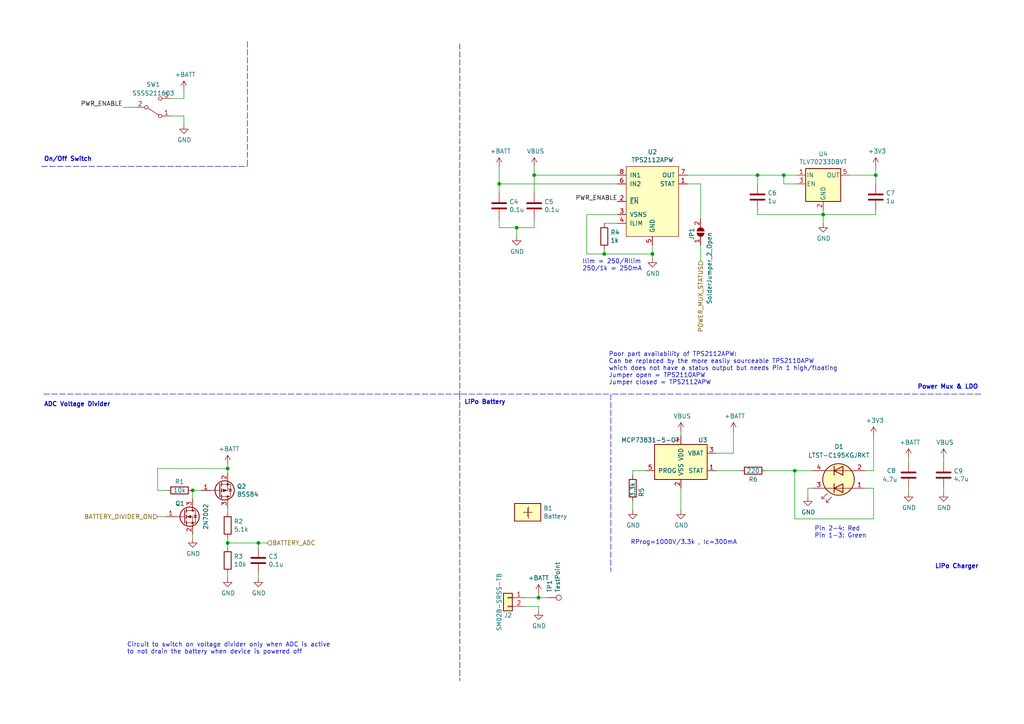
<source format=kicad_sch>
(kicad_sch (version 20211123) (generator eeschema)
  (paper "A4")
  (title_block (date "2023-02-02") (rev "v0.2"))
  (lib_symbols
    (symbol "Battery_Management:MCP73831-5-OT" (pin_names (offset 1.016))
      (property "Reference" "U" (at -7.62 6.35 0))
      (property "Value" "MCP73831-5-OT" (at 1.27 6.35 0))
      (symbol "MCP73831-5-OT_0_1"
        (rectangle (start -7.62 5.08) (end 7.62 -5.08) (stroke (width 0.254)) (fill (type background)))
      )
      (symbol "MCP73831-5-OT_1_1"
        (pin output line (at 10.16 -2.54 180) (length 2.54) (name "STAT") (number "1"))
        (pin power_in line (at 0 -7.62 90) (length 2.54) (name "VSS") (number "2"))
        (pin power_out line (at 10.16 2.54 180) (length 2.54) (name "VBAT") (number "3"))
        (pin power_in line (at 0 7.62 270) (length 2.54) (name "VDD") (number "4"))
        (pin input line (at -10.16 -2.54 0) (length 2.54) (name "PROG") (number "5"))
      )
    )
    (symbol "Connector:TestPoint" (pin_numbers hide) (pin_names (offset 0.762) hide)
      (property "Reference" "TP" (at 0 6.858 0))
      (property "Value" "TestPoint" (at 0 5.08 0))
      (symbol "TestPoint_0_1"
        (circle (center 0 3.302) (radius 0.762))
      )
      (symbol "TestPoint_1_1"
        (pin passive line (at 0 0 90) (length 2.54) (name "1") (number "1"))
      )
    )
    (symbol "Connector_Generic:Conn_01x02" (pin_names (offset 1.016) hide)
      (property "Reference" "J" (at 0 2.54 0))
      (property "Value" "Conn_01x02" (at 0 -5.08 0))
      (symbol "Conn_01x02_1_1"
        (rectangle (start -1.27 -2.413) (end 0 -2.667) (stroke (width 0.1524)))
        (rectangle (start -1.27 0.127) (end 0 -0.127) (stroke (width 0.1524)))
        (rectangle (start -1.27 1.27) (end 1.27 -3.81) (stroke (width 0.254)) (fill (type background)))
        (pin passive line (at -5.08 0 0) (length 3.81) (name "Pin_1") (number "1"))
        (pin passive line (at -5.08 -2.54 0) (length 3.81) (name "Pin_2") (number "2"))
      )
    )
    (symbol "Device:C" (pin_numbers hide) (pin_names (offset 0.254))
      (property "Reference" "C" (at 0.635 2.54 0))
      (property "Value" "C" (at 0.635 -2.54 0))
      (symbol "C_0_1"
        (polyline (pts (xy -2.032 -0.762) (xy 2.032 -0.762)) (stroke (width 0.508)))
        (polyline (pts (xy -2.032 0.762) (xy 2.032 0.762)) (stroke (width 0.508)))
      )
      (symbol "C_1_1"
        (pin passive line (at 0 3.81 270) (length 2.794) (name "~") (number "1"))
        (pin passive line (at 0 -3.81 90) (length 2.794) (name "~") (number "2"))
      )
    )
    (symbol "Device:LED_Dual_AAKK" (pin_names (offset 0) hide)
      (property "Reference" "D" (at 0 5.715 0))
      (property "Value" "LED_Dual_AAKK" (at 0 -6.35 0))
      (symbol "LED_Dual_AAKK_0_1"
        (polyline (pts (xy -5.08 -2.54) (xy 2.032 -2.54)))
        (polyline (pts (xy -5.08 2.54) (xy 2.032 2.54)))
        (polyline (pts (xy 1.27 -1.27) (xy 1.27 -3.81)) (stroke (width 0.254)))
        (polyline (pts (xy 1.27 3.81) (xy 1.27 1.27)) (stroke (width 0.254)))
        (polyline (pts (xy 3.81 -2.54) (xy 1.905 -2.54)))
        (polyline (pts (xy 3.81 2.54) (xy 1.905 2.54)))
        (polyline (pts (xy -1.27 -1.27) (xy -1.27 -3.81) (xy 1.27 -2.54) (xy -1.27 -1.27)) (stroke (width 0.254)))
        (polyline (pts (xy -1.27 3.81) (xy -1.27 1.27) (xy 1.27 2.54) (xy -1.27 3.81)) (stroke (width 0.254)))
        (polyline (pts (xy 2.032 5.08) (xy 3.556 6.604) (xy 2.794 6.604) (xy 3.556 6.604) (xy 3.556 5.842)))
        (polyline (pts (xy 3.302 4.064) (xy 4.826 5.588) (xy 4.064 5.588) (xy 4.826 5.588) (xy 4.826 4.826)))
        (circle (center 0 0) (radius 4.572) (stroke (width 0.254)) (fill (type background)))
      )
      (symbol "LED_Dual_AAKK_1_1"
        (pin input line (at -7.62 2.54 0) (length 3.048) (name "A1") (number "1"))
        (pin input line (at -7.62 -2.54 0) (length 3.048) (name "A2") (number "2"))
        (pin input line (at 7.62 2.54 180) (length 3.81) (name "K1") (number "3"))
        (pin input line (at 7.62 -2.54 180) (length 3.81) (name "K2") (number "4"))
      )
    )
    (symbol "Device:R" (pin_numbers hide) (pin_names (offset 0))
      (property "Reference" "R" (at 2.032 0 90))
      (property "Value" "R" (at 0 0 90))
      (symbol "R_0_1"
        (rectangle (start -1.016 -2.54) (end 1.016 2.54) (stroke (width 0.254)))
      )
      (symbol "R_1_1"
        (pin passive line (at 0 3.81 270) (length 1.27) (name "~") (number "1"))
        (pin passive line (at 0 -3.81 90) (length 1.27) (name "~") (number "2"))
      )
    )
    (symbol "Jumper:SolderJumper_2_Open" (pin_names (offset 0) hide)
      (property "Reference" "JP" (at 0 2.032 0))
      (property "Value" "SolderJumper_2_Open" (at 0 -2.54 0))
      (symbol "SolderJumper_2_Open_0_1"
        (arc (start -0.254 1.016) (mid -1.27 0) (end -0.254 -1.016))
        (arc (start -0.254 1.016) (mid -1.27 0) (end -0.254 -1.016) (fill (type outline)))
        (polyline (pts (xy -0.254 1.016) (xy -0.254 -1.016)))
        (polyline (pts (xy 0.254 1.016) (xy 0.254 -1.016)))
        (arc (start 0.254 -1.016) (mid 1.27 0) (end 0.254 1.016))
        (arc (start 0.254 -1.016) (mid 1.27 0) (end 0.254 1.016) (fill (type outline)))
      )
      (symbol "SolderJumper_2_Open_1_1"
        (pin passive line (at -3.81 0 0) (length 2.54) (name "A") (number "1"))
        (pin passive line (at 3.81 0 180) (length 2.54) (name "B") (number "2"))
      )
    )
    (symbol "Regulator_Linear:TLV70233_SOT23-5" (pin_names (offset 0.254))
      (property "Reference" "U" (at -3.81 5.715 0))
      (property "Value" "TLV70233_SOT23-5" (at 0 5.715 0))
      (symbol "TLV70233_SOT23-5_0_1"
        (rectangle (start -5.08 4.445) (end 5.08 -5.08) (stroke (width 0.254)) (fill (type background)))
      )
      (symbol "TLV70233_SOT23-5_1_1"
        (pin power_in line (at -7.62 2.54 0) (length 2.54) (name "IN") (number "1"))
        (pin power_in line (at 0 -7.62 90) (length 2.54) (name "GND") (number "2"))
        (pin input line (at -7.62 0 0) (length 2.54) (name "EN") (number "3"))
        (pin no_connect line (at 5.08 0 180) (length 2.54) hide (name "NC") (number "4"))
        (pin power_out line (at 7.62 2.54 180) (length 2.54) (name "OUT") (number "5"))
      )
    )
    (symbol "Switch:SW_SPDT" (pin_names (offset 0) hide)
      (property "Reference" "SW" (at 0 4.318 0))
      (property "Value" "SW_SPDT" (at 0 -5.08 0))
      (symbol "SW_SPDT_0_0"
        (circle (center -2.032 0) (radius 0.508))
        (circle (center 2.032 -2.54) (radius 0.508))
      )
      (symbol "SW_SPDT_0_1"
        (polyline (pts (xy -1.524 0.254) (xy 1.651 2.286)))
        (circle (center 2.032 2.54) (radius 0.508))
      )
      (symbol "SW_SPDT_1_1"
        (pin passive line (at 5.08 2.54 180) (length 2.54) (name "A") (number "1"))
        (pin passive line (at -5.08 0 0) (length 2.54) (name "B") (number "2"))
        (pin passive line (at 5.08 -2.54 180) (length 2.54) (name "C") (number "3"))
      )
    )
    (symbol "Transistor_FET:2N7002" (pin_names hide)
      (property "Reference" "Q" (at 5.08 1.905 0))
      (property "Value" "2N7002" (at 5.08 0 0))
      (symbol "2N7002_0_1"
        (polyline (pts (xy 0.254 0) (xy -2.54 0)))
        (polyline (pts (xy 0.254 1.905) (xy 0.254 -1.905)) (stroke (width 0.254)))
        (polyline (pts (xy 0.762 -1.27) (xy 0.762 -2.286)) (stroke (width 0.254)))
        (polyline (pts (xy 0.762 0.508) (xy 0.762 -0.508)) (stroke (width 0.254)))
        (polyline (pts (xy 0.762 2.286) (xy 0.762 1.27)) (stroke (width 0.254)))
        (polyline (pts (xy 2.54 2.54) (xy 2.54 1.778)))
        (polyline (pts (xy 2.54 -2.54) (xy 2.54 0) (xy 0.762 0)))
        (polyline (pts (xy 0.762 -1.778) (xy 3.302 -1.778) (xy 3.302 1.778) (xy 0.762 1.778)))
        (polyline (pts (xy 1.016 0) (xy 2.032 0.381) (xy 2.032 -0.381) (xy 1.016 0)) (fill (type outline)))
        (polyline (pts (xy 2.794 0.508) (xy 2.921 0.381) (xy 3.683 0.381) (xy 3.81 0.254)))
        (polyline (pts (xy 3.302 0.381) (xy 2.921 -0.254) (xy 3.683 -0.254) (xy 3.302 0.381)))
        (circle (center 1.651 0) (radius 2.794) (stroke (width 0.254)))
        (circle (center 2.54 -1.778) (radius 0.254) (fill (type outline)))
        (circle (center 2.54 1.778) (radius 0.254) (fill (type outline)))
      )
      (symbol "2N7002_1_1"
        (pin input line (at -5.08 0 0) (length 2.54) (name "G") (number "1"))
        (pin passive line (at 2.54 -5.08 90) (length 2.54) (name "S") (number "2"))
        (pin passive line (at 2.54 5.08 270) (length 2.54) (name "D") (number "3"))
      )
    )
    (symbol "Transistor_FET:BSS84" (pin_names hide)
      (property "Reference" "Q" (at 5.08 1.905 0))
      (property "Value" "BSS84" (at 5.08 0 0))
      (symbol "BSS84_0_1"
        (polyline (pts (xy 0.254 0) (xy -2.54 0)))
        (polyline (pts (xy 0.254 1.905) (xy 0.254 -1.905)) (stroke (width 0.254)))
        (polyline (pts (xy 0.762 -1.27) (xy 0.762 -2.286)) (stroke (width 0.254)))
        (polyline (pts (xy 0.762 0.508) (xy 0.762 -0.508)) (stroke (width 0.254)))
        (polyline (pts (xy 0.762 2.286) (xy 0.762 1.27)) (stroke (width 0.254)))
        (polyline (pts (xy 2.54 2.54) (xy 2.54 1.778)))
        (polyline (pts (xy 2.54 -2.54) (xy 2.54 0) (xy 0.762 0)))
        (polyline (pts (xy 0.762 1.778) (xy 3.302 1.778) (xy 3.302 -1.778) (xy 0.762 -1.778)))
        (polyline (pts (xy 2.286 0) (xy 1.27 0.381) (xy 1.27 -0.381) (xy 2.286 0)) (fill (type outline)))
        (polyline (pts (xy 2.794 -0.508) (xy 2.921 -0.381) (xy 3.683 -0.381) (xy 3.81 -0.254)))
        (polyline (pts (xy 3.302 -0.381) (xy 2.921 0.254) (xy 3.683 0.254) (xy 3.302 -0.381)))
        (circle (center 1.651 0) (radius 2.794) (stroke (width 0.254)))
        (circle (center 2.54 -1.778) (radius 0.254) (fill (type outline)))
        (circle (center 2.54 1.778) (radius 0.254) (fill (type outline)))
      )
      (symbol "BSS84_1_1"
        (pin input line (at -5.08 0 0) (length 2.54) (name "G") (number "1"))
        (pin passive line (at 2.54 -5.08 90) (length 2.54) (name "S") (number "2"))
        (pin passive line (at 2.54 5.08 270) (length 2.54) (name "D") (number "3"))
      )
    )
    (symbol "power:+3V3" (power) (pin_names (offset 0))
      (property "Value" "+3V3" (at 0 3.556 0))
      (symbol "+3V3_0_1"
        (polyline (pts (xy -0.762 1.27) (xy 0 2.54)))
        (polyline (pts (xy 0 0) (xy 0 2.54)))
        (polyline (pts (xy 0 2.54) (xy 0.762 1.27)))
      )
      (symbol "+3V3_1_1"
        (pin power_in line (at 0 0 90) (length 0) hide (name "+3V3") (number "1"))
      )
    )
    (symbol "power:+BATT" (power) (pin_names (offset 0))
      (property "Value" "+BATT" (at 0 3.556 0))
      (symbol "+BATT_0_1"
        (polyline (pts (xy -0.762 1.27) (xy 0 2.54)))
        (polyline (pts (xy 0 0) (xy 0 2.54)))
        (polyline (pts (xy 0 2.54) (xy 0.762 1.27)))
      )
      (symbol "+BATT_1_1"
        (pin power_in line (at 0 0 90) (length 0) hide (name "+BATT") (number "1"))
      )
    )
    (symbol "power:GND" (power) (pin_names (offset 0))
      (property "Value" "GND" (at 0 -3.81 0))
      (symbol "GND_0_1"
        (polyline (pts (xy 0 0) (xy 0 -1.27) (xy 1.27 -1.27) (xy 0 -2.54) (xy -1.27 -1.27) (xy 0 -1.27)))
      )
      (symbol "GND_1_1"
        (pin power_in line (at 0 0 270) (length 0) hide (name "GND") (number "1"))
      )
    )
    (symbol "power:VBUS" (power) (pin_names (offset 0))
      (property "Value" "VBUS" (at 0 3.81 0))
      (symbol "VBUS_0_1"
        (polyline (pts (xy -0.762 1.27) (xy 0 2.54)))
        (polyline (pts (xy 0 0) (xy 0 2.54)))
        (polyline (pts (xy 0 2.54) (xy 0.762 1.27)))
      )
      (symbol "VBUS_1_1"
        (pin power_in line (at 0 0 90) (length 0) hide (name "VBUS") (number "1"))
      )
    )
    (symbol "ultramote:Battery" (pin_names (offset 1.016))
      (property "Reference" "B" (at 0 3.81 0))
      (property "Value" "Battery" (at 0 -3.81 0))
      (symbol "Battery_0_1"
        (rectangle (start -3.81 2.54) (end 3.81 -2.54) (stroke (width 0.254)) (fill (type background)))
        (polyline (pts (xy -1.27 0) (xy 0 0)))
        (polyline (pts (xy 0 1.27) (xy 0 -1.27)))
        (polyline (pts (xy 0.254 0) (xy 1.397 0)))
        (polyline (pts (xy 0.254 1.651) (xy 0.254 -1.778)))
      )
    )
    (symbol "ultramote:TPS2112A" (pin_names (offset 1.016))
      (property "Reference" "U" (at 0 11.43 0))
      (property "Value" "TPS2112A" (at 6.35 -11.43 0))
      (symbol "TPS2112A_0_1"
        (rectangle (start -7.62 10.16) (end 7.62 -10.16) (fill (type background)))
      )
      (symbol "TPS2112A_1_1"
        (pin output line (at 10.16 5.08 180) (length 2.54) (name "STAT") (number "1"))
        (pin input line (at -10.16 0 0) (length 2.54) (name "~{EN}") (number "2"))
        (pin input line (at -10.16 -3.81 0) (length 2.54) (name "VSNS") (number "3"))
        (pin input line (at -10.16 -6.35 0) (length 2.54) (name "ILIM") (number "4"))
        (pin power_out line (at 0 -12.7 90) (length 2.54) (name "GND") (number "5"))
        (pin power_in line (at -10.16 5.08 0) (length 2.54) (name "IN2") (number "6"))
        (pin power_out line (at 10.16 7.62 180) (length 2.54) (name "OUT") (number "7"))
        (pin power_in line (at -10.16 7.62 0) (length 2.54) (name "IN1") (number "8"))
      )
    )
  )
  (junction (at 189.23 73.66))
  (junction (at 156.21 173.355))
  (junction (at 144.78 53.34))
  (junction (at 74.93 157.48))
  (junction (at 227.33 50.8))
  (junction (at 238.76 62.23))
  (junction (at 66.04 135.89))
  (junction (at 230.505 136.525))
  (junction (at 154.94 50.8))
  (junction (at 254 50.8))
  (junction (at 149.86 66.04))
  (junction (at 66.04 157.48))
  (junction (at 175.26 73.66))
  (junction (at 55.88 142.24))
  (junction (at 219.71 50.8))
  (wire (pts (xy 152.4 175.895) (xy 156.21 175.895)))
  (wire (pts (xy 253.365 126.365) (xy 253.365 136.525)))
  (wire (pts (xy 66.04 156.21) (xy 66.04 157.48)))
  (wire (pts (xy 66.04 157.48) (xy 66.04 158.75)))
  (wire (pts (xy 170.18 62.23) (xy 170.18 73.66)))
  (wire (pts (xy 149.86 66.04) (xy 154.94 66.04)))
  (wire (pts (xy 74.93 157.48) (xy 74.93 158.75)))
  (wire (pts (xy 212.725 131.445) (xy 212.725 125.095)))
  (wire (pts (xy 187.325 136.525) (xy 183.515 136.525)))
  (wire (pts (xy 250.825 136.525) (xy 253.365 136.525)))
  (wire (pts (xy 35.56 31.115) (xy 39.37 31.115)))
  (wire (pts (xy 154.94 48.26) (xy 154.94 50.8)))
  (wire (pts (xy 234.315 141.605) (xy 234.315 144.145)))
  (wire (pts (xy 175.26 72.39) (xy 175.26 73.66)))
  (wire (pts (xy 48.26 142.24) (xy 45.72 142.24)))
  (wire (pts (xy 183.515 147.955) (xy 183.515 145.415)))
  (polyline (pts (xy 12.065 48.26) (xy 71.755 48.26)))
  (wire (pts (xy 66.04 157.48) (xy 74.93 157.48)))
  (wire (pts (xy 219.71 50.8) (xy 227.33 50.8)))
  (polyline (pts (xy 177.165 114.3) (xy 177.165 165.735)))
  (wire (pts (xy 230.505 136.525) (xy 222.25 136.525)))
  (wire (pts (xy 253.365 141.605) (xy 250.825 141.605)))
  (wire (pts (xy 238.76 62.23) (xy 238.76 64.77)))
  (wire (pts (xy 144.78 63.5) (xy 144.78 66.04)))
  (wire (pts (xy 170.18 73.66) (xy 175.26 73.66)))
  (wire (pts (xy 144.78 66.04) (xy 149.86 66.04)))
  (wire (pts (xy 219.71 53.34) (xy 219.71 50.8)))
  (polyline (pts (xy 284.48 114.3) (xy 177.165 114.3)))
  (wire (pts (xy 230.505 150.495) (xy 253.365 150.495)))
  (wire (pts (xy 203.2 53.34) (xy 203.2 63.5)))
  (wire (pts (xy 55.88 142.24) (xy 55.88 144.78)))
  (wire (pts (xy 66.04 134.62) (xy 66.04 135.89)))
  (wire (pts (xy 263.525 132.715) (xy 263.525 133.985)))
  (wire (pts (xy 273.685 141.605) (xy 273.685 142.875)))
  (wire (pts (xy 152.4 173.355) (xy 156.21 173.355)))
  (wire (pts (xy 179.07 62.23) (xy 170.18 62.23)))
  (wire (pts (xy 273.685 132.715) (xy 273.685 133.985)))
  (wire (pts (xy 230.505 136.525) (xy 235.585 136.525)))
  (polyline (pts (xy 133.35 12.7) (xy 133.35 114.3)))
  (polyline (pts (xy 133.35 114.3) (xy 133.35 197.485)))
  (wire (pts (xy 66.04 135.89) (xy 66.04 137.16)))
  (wire (pts (xy 235.585 141.605) (xy 234.315 141.605)))
  (wire (pts (xy 207.645 131.445) (xy 212.725 131.445)))
  (wire (pts (xy 238.76 62.23) (xy 254 62.23)))
  (polyline (pts (xy 71.755 12.065) (xy 71.755 48.26)))
  (wire (pts (xy 230.505 136.525) (xy 230.505 150.495)))
  (wire (pts (xy 207.645 136.525) (xy 214.63 136.525)))
  (wire (pts (xy 199.39 50.8) (xy 219.71 50.8)))
  (wire (pts (xy 253.365 150.495) (xy 253.365 141.605)))
  (wire (pts (xy 219.71 60.96) (xy 219.71 62.23)))
  (wire (pts (xy 189.23 73.66) (xy 189.23 71.12)))
  (wire (pts (xy 154.94 50.8) (xy 179.07 50.8)))
  (wire (pts (xy 66.04 166.37) (xy 66.04 167.64)))
  (wire (pts (xy 74.93 166.37) (xy 74.93 167.64)))
  (wire (pts (xy 154.94 50.8) (xy 154.94 55.88)))
  (wire (pts (xy 197.485 141.605) (xy 197.485 147.955)))
  (wire (pts (xy 231.14 53.34) (xy 227.33 53.34)))
  (wire (pts (xy 45.72 142.24) (xy 45.72 135.89)))
  (polyline (pts (xy 12.7 114.3) (xy 133.35 114.3)))
  (wire (pts (xy 49.53 33.655) (xy 53.34 33.655)))
  (wire (pts (xy 144.78 53.34) (xy 179.07 53.34)))
  (wire (pts (xy 45.72 135.89) (xy 66.04 135.89)))
  (wire (pts (xy 158.75 173.355) (xy 156.21 173.355)))
  (wire (pts (xy 53.34 33.655) (xy 53.34 36.195)))
  (wire (pts (xy 238.76 60.96) (xy 238.76 62.23)))
  (wire (pts (xy 144.78 48.26) (xy 144.78 53.34)))
  (wire (pts (xy 179.07 64.77) (xy 175.26 64.77)))
  (wire (pts (xy 156.21 172.085) (xy 156.21 173.355)))
  (wire (pts (xy 66.04 147.32) (xy 66.04 148.59)))
  (wire (pts (xy 156.21 175.895) (xy 156.21 177.165)))
  (wire (pts (xy 55.88 154.94) (xy 55.88 156.21)))
  (wire (pts (xy 197.485 125.095) (xy 197.485 126.365)))
  (wire (pts (xy 254 50.8) (xy 254 48.26)))
  (wire (pts (xy 53.34 28.575) (xy 49.53 28.575)))
  (wire (pts (xy 77.47 157.48) (xy 74.93 157.48)))
  (wire (pts (xy 53.34 26.035) (xy 53.34 28.575)))
  (wire (pts (xy 175.26 73.66) (xy 189.23 73.66)))
  (wire (pts (xy 149.86 68.58) (xy 149.86 66.04)))
  (wire (pts (xy 227.33 50.8) (xy 231.14 50.8)))
  (wire (pts (xy 263.525 142.875) (xy 263.525 141.605)))
  (wire (pts (xy 203.2 71.12) (xy 203.2 75.565)))
  (wire (pts (xy 254 62.23) (xy 254 60.96)))
  (polyline (pts (xy 176.53 114.3) (xy 133.35 114.3)))
  (wire (pts (xy 254 50.8) (xy 254 53.34)))
  (wire (pts (xy 219.71 62.23) (xy 238.76 62.23)))
  (wire (pts (xy 189.23 74.93) (xy 189.23 73.66)))
  (wire (pts (xy 55.88 142.24) (xy 58.42 142.24)))
  (wire (pts (xy 144.78 53.34) (xy 144.78 55.88)))
  (wire (pts (xy 246.38 50.8) (xy 254 50.8)))
  (wire (pts (xy 227.33 53.34) (xy 227.33 50.8)))
  (wire (pts (xy 154.94 66.04) (xy 154.94 63.5)))
  (wire (pts (xy 45.72 149.86) (xy 48.26 149.86)))
  (wire (pts (xy 183.515 136.525) (xy 183.515 137.795)))
  (wire (pts (xy 199.39 53.34) (xy 203.2 53.34)))
  (text "Poor part availability of TPS2112APW:\nCan be replaced by the more easily sourceable TPS2110APW\nwhich does not have a status output but needs Pin 1 high/floating\nJumper open = TPS2110APW\nJumper closed = TPS2112APW" (at 176.53 111.76 0) (effects (font (size 1.27 1.27)) (justify left bottom)))
  (text "LiPo Charger" (at 271.145 165.1 0) (effects (font (size 1.27 1.27) (thickness 0.254) bold) (justify left bottom)))
  (text "ADC Voltage Divider" (at 12.7 118.11 0) (effects (font (size 1.27 1.27) (thickness 0.254) bold) (justify left bottom)))
  (text "Pin 2-4: Red\nPin 1-3: Green" (at 236.22 156.21 0) (effects (font (size 1.27 1.27)) (justify left bottom)))
  (text "Circuit to switch on voltage divider only when ADC is active\nto not drain the battery when device is powered off" (at 36.83 189.865 0) (effects (font (size 1.27 1.27)) (justify left bottom)))
  (text "Ilim = 250/RIlim \n250/1k = 250mA" (at 168.91 78.74 0) (effects (font (size 1.27 1.27)) (justify left bottom)))
  (text "RProg=1000V/3.3k , Ic=300mA" (at 182.88 158.115 0) (effects (font (size 1.27 1.27)) (justify left bottom)))
  (text "Power Mux & LDO" (at 266.065 113.03 0) (effects (font (size 1.27 1.27) (thickness 0.254) bold) (justify left bottom)))
  (text "On/Off Switch" (at 12.7 46.99 0) (effects (font (size 1.27 1.27) (thickness 0.254) bold) (justify left bottom)))
  (text "LiPo Battery" (at 134.62 117.475 0) (effects (font (size 1.27 1.27) (thickness 0.254) bold) (justify left bottom)))
  (label "PWR_ENABLE" (at 35.56 31.115 180))
  (label "PWR_ENABLE" (at 179.07 58.42 180))
  (hierarchical_label "BATTERY_ADC" (shape input) (at 77.47 157.48 0))
  (hierarchical_label "POWER_MUX_STATUS" (shape input) (at 203.2 75.565 270))
  (hierarchical_label "BATTERY_DIVIDER_ON" (shape input) (at 45.72 149.86 180))
  (symbol (lib_id "Device:C") (at 254 57.15 0) (unit 1)
    (property "Reference" "C7" (at 256.921 55.9816 0) (effects (justify left)))
    (property "Value" "1u" (at 256.921 58.293 0) (effects (justify left)))
    (property "Footprint" "Capacitor_SMD:C_0603_1608Metric" (effects hide))
    (property "LCSC Part Number" "C29936" (effects hide))
    (property "Manufacturer Part Number" "CL10B105KA8NNNC" (effects hide))
  )
  (symbol (lib_id "Connector_Generic:Conn_01x02") (at 147.32 173.355 0) (mirror y) (unit 1)
    (property "Reference" "J2" (at 147.32 178.435 0))
    (property "Value" "SM02B-SRSS-TB" (at 144.78 174.625 90))
    (property "Footprint" "Connector_JST:JST_PH_B2B-PH-SM4-TB_1x02-1MP_P2.00mm_Vertical" (effects hide))
    (property "LCSC Part Number" "C160402" (effects hide))
    (property "Manufacturer Part Number" "S2B-PH-SM4-TB(LF)(SN)" (effects hide))
  )
  (symbol (lib_id "power:GND") (at 53.34 36.195 0) (unit 1)
    (property "Reference" "#PWR010" (effects hide))
    (property "Value" "GND" (at 53.467 40.5892 0))
  )
  (symbol (lib_id "power:+3V3") (at 254 48.26 0) (unit 1)
    (property "Reference" "#PWR027" (effects hide))
    (property "Value" "+3V3" (at 254.381 43.8658 0))
  )
  (symbol (lib_id "Switch:SW_SPDT") (at 44.45 31.115 0) (mirror x) (unit 1)
    (property "Reference" "SW1" (at 44.45 24.4942 0))
    (property "Value" "SSSS211603" (at 44.45 27.0311 0))
    (property "Footprint" "ultramote:SSSS211603" (effects hide))
    (property "LCSC Part Number" "C125040" (effects hide))
    (property "Manufacturer Part Number" "SSSS211603" (effects hide))
  )
  (symbol (lib_id "power:GND") (at 189.23 74.93 0) (unit 1)
    (property "Reference" "#PWR021" (effects hide))
    (property "Value" "GND" (at 189.357 79.3242 0))
  )
  (symbol (lib_id "power:GND") (at 55.88 156.21 0) (unit 1)
    (property "Reference" "#PWR011" (effects hide))
    (property "Value" "GND" (at 56.007 160.6042 0))
  )
  (symbol (lib_id "Regulator_Linear:TLV70233_SOT23-5") (at 238.76 53.34 0) (unit 1)
    (property "Reference" "U4" (at 238.76 44.6532 0))
    (property "Value" "TLV70233DBVT" (at 238.76 46.9646 0))
    (property "Footprint" "Package_TO_SOT_SMD:SOT-23-5" (effects hide))
    (property "Datasheet" "http://www.ti.com/lit/ds/symlink/tlv702.pdf" (effects hide))
    (property "LCSC Part Number" "C110287" (effects hide))
    (property "Manufacturer Part Number" "TLV70233DBVT" (effects hide))
  )
  (symbol (lib_id "Device:C") (at 144.78 59.69 0) (unit 1)
    (property "Reference" "C4" (at 147.701 58.5216 0) (effects (justify left)))
    (property "Value" "0.1u" (at 147.701 60.833 0) (effects (justify left)))
    (property "Footprint" "Capacitor_SMD:C_0603_1608Metric" (effects hide))
    (property "LCSC Part Number" "C570192" (effects hide))
    (property "Manufacturer Part Number" "CL10B104KB8SNNC" (effects hide))
  )
  (symbol (lib_id "power:GND") (at 273.685 142.875 0) (unit 1)
    (property "Reference" "#PWR032" (effects hide))
    (property "Value" "GND" (at 273.812 147.2692 0))
  )
  (symbol (lib_id "power:GND") (at 234.315 144.145 0) (unit 1)
    (property "Reference" "#PWR025" (effects hide))
    (property "Value" "GND" (at 234.442 148.5392 0))
  )
  (symbol (lib_id "power:VBUS") (at 197.485 125.095 0) (unit 1)
    (property "Reference" "#PWR022" (effects hide))
    (property "Value" "VBUS" (at 197.866 120.7008 0))
  )
  (symbol (lib_id "power:GND") (at 149.86 68.58 0) (unit 1)
    (property "Reference" "#PWR016" (effects hide))
    (property "Value" "GND" (at 149.987 72.9742 0))
  )
  (symbol (lib_id "Device:R") (at 175.26 68.58 0) (unit 1)
    (property "Reference" "R4" (at 177.038 67.4116 0) (effects (justify left)))
    (property "Value" "1k" (at 177.038 69.723 0) (effects (justify left)))
    (property "Footprint" "Resistor_SMD:R_0603_1608Metric" (effects hide))
    (property "LCSC Part Number" "C21190" (effects hide))
    (property "Manufacturer Part Number" "0603WAF1001T5E" (effects hide))
  )
  (symbol (lib_id "Device:C") (at 263.525 137.795 0) (unit 1)
    (property "Reference" "C8" (at 257.175 136.525 0) (effects (justify left)))
    (property "Value" "4.7u" (at 255.905 139.065 0) (effects (justify left)))
    (property "Footprint" "Capacitor_SMD:C_0603_1608Metric" (effects hide))
    (property "LCSC Part Number" "C913907" (effects hide))
    (property "Manufacturer Part Number" "CL10A475MA8NQNC" (effects hide))
  )
  (symbol (lib_id "power:GND") (at 263.525 142.875 0) (unit 1)
    (property "Reference" "#PWR030" (effects hide))
    (property "Value" "GND" (at 263.652 147.2692 0))
  )
  (symbol (lib_id "power:GND") (at 197.485 147.955 0) (unit 1)
    (property "Reference" "#PWR023" (effects hide))
    (property "Value" "GND" (at 197.612 152.3492 0))
  )
  (symbol (lib_id "power:GND") (at 156.21 177.165 0) (unit 1)
    (property "Reference" "#PWR018" (effects hide))
    (property "Value" "GND" (at 156.337 181.5592 0))
  )
  (symbol (lib_id "power:+3V3") (at 253.365 126.365 0) (unit 1)
    (property "Reference" "#PWR028" (effects hide))
    (property "Value" "+3V3" (at 253.746 121.9708 0))
  )
  (symbol (lib_id "power:+BATT") (at 144.78 48.26 0) (unit 1)
    (property "Reference" "#PWR015" (effects hide))
    (property "Value" "+BATT" (at 145.161 43.8658 0))
  )
  (symbol (lib_id "Device:LED_Dual_AAKK") (at 243.205 139.065 180) (unit 1)
    (property "Reference" "D1" (at 243.332 129.54 0))
    (property "Value" "LTST-C195KGJRKT" (at 243.332 132.08 0))
    (property "Footprint" "ultramote:LTST-C195KGJRKT" (effects hide))
    (property "LCSC Part Number" "C125104" (effects hide))
    (property "Manufacturer Part Number" "LTST-C195KGJRKT" (effects hide))
  )
  (symbol (lib_id "Device:C") (at 74.93 162.56 0) (unit 1)
    (property "Reference" "C3" (at 77.851 161.3916 0) (effects (justify left)))
    (property "Value" "0.1u" (at 77.851 163.703 0) (effects (justify left)))
    (property "Footprint" "Capacitor_SMD:C_0603_1608Metric" (effects hide))
    (property "LCSC Part Number" "C570192" (effects hide))
    (property "Manufacturer Part Number" "CL10B104KB8SNNC" (effects hide))
  )
  (symbol (lib_id "Device:R") (at 183.515 141.605 0) (unit 1)
    (property "Reference" "R5" (at 186.055 144.145 90) (effects (justify left)))
    (property "Value" "3.3k" (at 183.515 144.145 90) (effects (justify left)))
    (property "Footprint" "Resistor_SMD:R_0603_1608Metric" (effects hide))
    (property "LCSC Part Number" "C22978" (effects hide))
    (property "Manufacturer Part Number" "0603WAF3301T5E" (effects hide))
  )
  (symbol (lib_id "Device:R") (at 52.07 142.24 270) (unit 1)
    (property "Reference" "R1" (at 52.07 139.7 90))
    (property "Value" "10k" (at 52.07 142.24 90))
    (property "Footprint" "Resistor_SMD:R_0603_1608Metric" (effects hide))
    (property "LCSC Part Number" "C25804" (effects hide))
    (property "Manufacturer Part Number" "0603WAF1002T5E" (effects hide))
  )
  (symbol (lib_id "Device:R") (at 66.04 152.4 0) (unit 1)
    (property "Reference" "R2" (at 67.818 151.2316 0) (effects (justify left)))
    (property "Value" "5.1k" (at 67.818 153.543 0) (effects (justify left)))
    (property "Footprint" "Resistor_SMD:R_0603_1608Metric" (effects hide))
    (property "LCSC Part Number" "C23186" (effects hide))
    (property "Manufacturer Part Number" "0603WAF5101T5E" (effects hide))
  )
  (symbol (lib_id "power:+BATT") (at 53.34 26.035 0) (unit 1)
    (property "Reference" "#PWR09" (effects hide))
    (property "Value" "+BATT" (at 53.721 21.6408 0))
  )
  (symbol (lib_id "power:GND") (at 238.76 64.77 0) (unit 1)
    (property "Reference" "#PWR026" (effects hide))
    (property "Value" "GND" (at 238.887 69.1642 0))
  )
  (symbol (lib_id "Transistor_FET:BSS84") (at 63.5 142.24 0) (mirror x) (unit 1)
    (property "Reference" "Q2" (at 68.6816 141.0716 0) (effects (justify left)))
    (property "Value" "BSS84" (at 68.6816 143.383 0) (effects (justify left)))
    (property "Footprint" "Package_TO_SOT_SMD:SOT-23" (effects hide))
    (property "Datasheet" "http://assets.nexperia.com/documents/data-sheet/BSS84.pdf" (effects hide))
    (property "LCSC Part Number" "C668883" (effects hide))
    (property "Manufacturer Part Number" "BSS84A-TP" (effects hide))
  )
  (symbol (lib_id "Device:R") (at 218.44 136.525 90) (unit 1)
    (property "Reference" "R6" (at 218.44 139.065 90))
    (property "Value" "220" (at 218.44 136.525 90))
    (property "Footprint" "Resistor_SMD:R_0603_1608Metric" (effects hide))
    (property "LCSC Part Number" "C22962" (effects hide))
    (property "Manufacturer Part Number" "0603WAF2200T5E" (effects hide))
  )
  (symbol (lib_id "power:VBUS") (at 273.685 132.715 0) (unit 1)
    (property "Reference" "#PWR031" (effects hide))
    (property "Value" "VBUS" (at 274.066 128.3208 0))
  )
  (symbol (lib_id "Device:C") (at 219.71 57.15 0) (unit 1)
    (property "Reference" "C6" (at 222.631 55.9816 0) (effects (justify left)))
    (property "Value" "1u" (at 222.631 58.293 0) (effects (justify left)))
    (property "Footprint" "Capacitor_SMD:C_0603_1608Metric" (effects hide))
    (property "LCSC Part Number" "C29936" (effects hide))
    (property "Manufacturer Part Number" "CL10B105KA8NNNC" (effects hide))
  )
  (symbol (lib_id "Transistor_FET:2N7002") (at 53.34 149.86 0) (unit 1)
    (property "Reference" "Q1" (at 50.8 146.05 0) (effects (justify left)))
    (property "Value" "2N7002" (at 59.69 153.67 90) (effects (justify left)))
    (property "Footprint" "Package_TO_SOT_SMD:SOT-23" (effects hide))
    (property "Datasheet" "https://www.onsemi.com/pub/Collateral/NDS7002A-D.PDF" (effects hide))
    (property "LCSC Part Number" "C916396" (effects hide))
    (property "Manufacturer Part Number" "2N7002" (effects hide))
  )
  (symbol (lib_id "power:GND") (at 66.04 167.64 0) (unit 1)
    (property "Reference" "#PWR013" (effects hide))
    (property "Value" "GND" (at 66.167 172.0342 0))
  )
  (symbol (lib_id "power:+BATT") (at 66.04 134.62 0) (unit 1)
    (property "Reference" "#PWR012" (effects hide))
    (property "Value" "+BATT" (at 66.421 130.2258 0))
  )
  (symbol (lib_id "power:+BATT") (at 263.525 132.715 0) (unit 1)
    (property "Reference" "#PWR029" (effects hide))
    (property "Value" "+BATT" (at 263.906 128.3208 0))
  )
  (symbol (lib_id "power:GND") (at 74.93 167.64 0) (unit 1)
    (property "Reference" "#PWR014" (effects hide))
    (property "Value" "GND" (at 75.057 172.0342 0))
  )
  (symbol (lib_id "ultramote:Battery") (at 153.035 148.59 0) (unit 1)
    (property "Reference" "B1" (at 157.607 147.4216 0) (effects (justify left)))
    (property "Value" "Battery" (at 157.607 149.733 0) (effects (justify left)))
    (property "Footprint" "ultramote:lipo403030_300mah" (effects hide))
  )
  (symbol (lib_id "Device:R") (at 66.04 162.56 0) (unit 1)
    (property "Reference" "R3" (at 67.818 161.3916 0) (effects (justify left)))
    (property "Value" "10k" (at 67.818 163.703 0) (effects (justify left)))
    (property "Footprint" "Resistor_SMD:R_0603_1608Metric" (effects hide))
    (property "LCSC Part Number" "C25804" (effects hide))
    (property "Manufacturer Part Number" "0603WAF1002T5E" (effects hide))
  )
  (symbol (lib_id "power:GND") (at 183.515 147.955 0) (unit 1)
    (property "Reference" "#PWR020" (effects hide))
    (property "Value" "GND" (at 183.642 152.3492 0))
  )
  (symbol (lib_id "ultramote:TPS2112A") (at 189.23 58.42 0) (unit 1)
    (property "Reference" "U2" (at 189.23 44.069 0))
    (property "Value" "TPS2112APW" (at 189.23 46.3804 0))
    (property "Footprint" "Package_SO:TSSOP-8_4.4x3mm_P0.65mm" (effects hide))
    (property "LCSC Part Number" "C1524008" (effects hide))
    (property "Manufacturer Part Number" "TPS2112APW" (effects hide))
  )
  (symbol (lib_id "Device:C") (at 154.94 59.69 0) (unit 1)
    (property "Reference" "C5" (at 157.861 58.5216 0) (effects (justify left)))
    (property "Value" "0.1u" (at 157.861 60.833 0) (effects (justify left)))
    (property "Footprint" "Capacitor_SMD:C_0603_1608Metric" (effects hide))
    (property "LCSC Part Number" "C570192" (effects hide))
    (property "Manufacturer Part Number" "CL10B104KB8SNNC" (effects hide))
  )
  (symbol (lib_id "power:+BATT") (at 156.21 172.085 0) (unit 1)
    (property "Reference" "#PWR017" (effects hide))
    (property "Value" "+BATT" (at 156.21 167.64 0))
  )
  (symbol (lib_id "power:VBUS") (at 154.94 48.26 0) (unit 1)
    (property "Reference" "#PWR019" (effects hide))
    (property "Value" "VBUS" (at 155.321 43.8658 0))
  )
  (symbol (lib_id "Battery_Management:MCP73831-5-OT") (at 197.485 133.985 0) (unit 1)
    (property "Reference" "U3" (at 203.835 127.635 0))
    (property "Value" "MCP73831-5-OT" (at 188.595 127.635 0))
    (property "Footprint" "Package_TO_SOT_SMD:SOT-23-5" (effects hide))
    (property "Datasheet" "http://ww1.microchip.com/downloads/en/DeviceDoc/20001984g.pdf" (effects hide))
    (property "LCSC Part Number" " C424093" (effects hide))
    (property "Manufacturer Part Number" "MCP73831T-2ACI/OT" (effects hide))
  )
  (symbol (lib_id "Connector:TestPoint") (at 158.75 173.355 270) (unit 1)
    (property "Reference" "TP1" (at 159.4104 171.8818 0) (effects (justify right)))
    (property "Value" "TestPoint" (at 161.7218 171.8818 0) (effects (justify right)))
    (property "Footprint" "TestPoint:TestPoint_Pad_1.0x1.0mm" (effects hide))
  )
  (symbol (lib_id "Device:C") (at 273.685 137.795 0) (unit 1)
    (property "Reference" "C9" (at 276.606 136.6266 0) (effects (justify left)))
    (property "Value" "4.7u" (at 276.606 138.938 0) (effects (justify left)))
    (property "Footprint" "Capacitor_SMD:C_0603_1608Metric" (effects hide))
    (property "LCSC Part Number" "C913907" (effects hide))
    (property "Manufacturer Part Number" "CL10A475MA8NQNC" (effects hide))
  )
  (symbol (lib_id "Jumper:SolderJumper_2_Open") (at 203.2 67.31 90) (unit 1)
    (property "Reference" "JP1" (at 200.66 66.04 0) (effects (justify right)))
    (property "Value" "SolderJumper_2_Open" (at 205.74 67.31 0) (effects (justify right)))
    (property "Footprint" "Jumper:SolderJumper-2_P1.3mm_Open_RoundedPad1.0x1.5mm" (effects hide))
  )
  (symbol (lib_id "power:+BATT") (at 212.725 125.095 0) (unit 1)
    (property "Reference" "#PWR024" (effects hide))
    (property "Value" "+BATT" (at 213.106 120.7008 0))
  )
)
</source>
